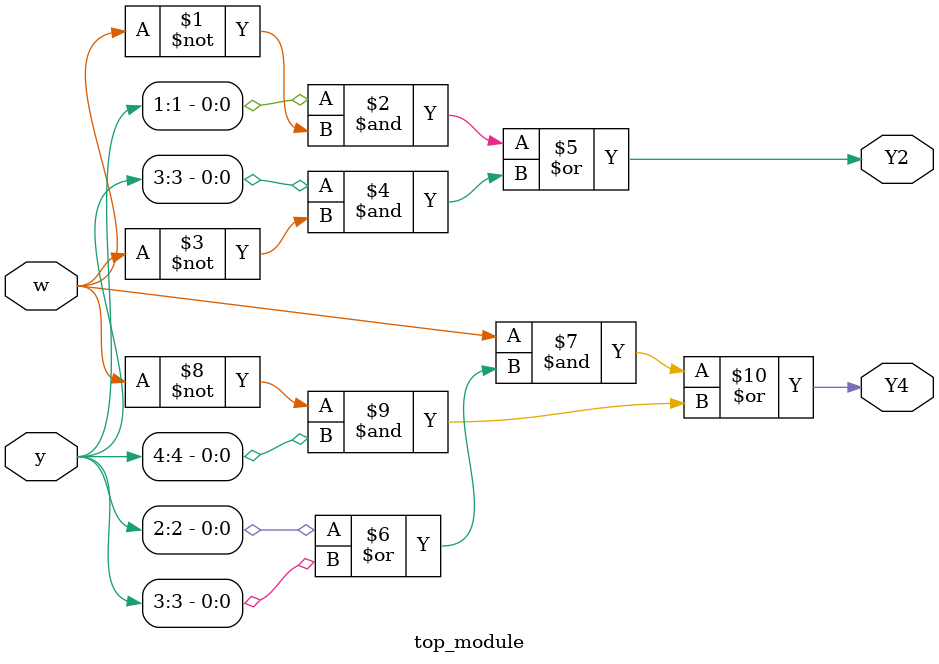
<source format=sv>
module top_module (
    input [6:1] y,
    input w,
    output Y2,
    output Y4
);
    // State encoding
    // y[1] = A, y[2] = B, y[3] = C, y[4] = D, y[5] = E, y[6] = F

    // Next state logic for Y2 (B state)
    // B: A --0--> B (if w == 0 AND y[1] == 1)
    // B: C --0--> E (if y[3] == 1) (initially missed transition to E as well)
    assign Y2 = (y[1] & ~w) | (y[3] & ~w); 

    // Next state logic for Y4 (D state)
    // D: B --1--> D (if w == 1 AND y[2] == 1)
    // D: C --1--> D (if w == 1 AND y[3] == 1)
    // D: D --0--> F (missed transition)
    // D: A --1--> A (if w == 1 AND y[1] == 1) (initially missed transition to A as well, fixed A to have proper next state)
    assign Y4 = (w & (y[2] | y[3])) | ((~w) & y[4]);

endmodule

</source>
